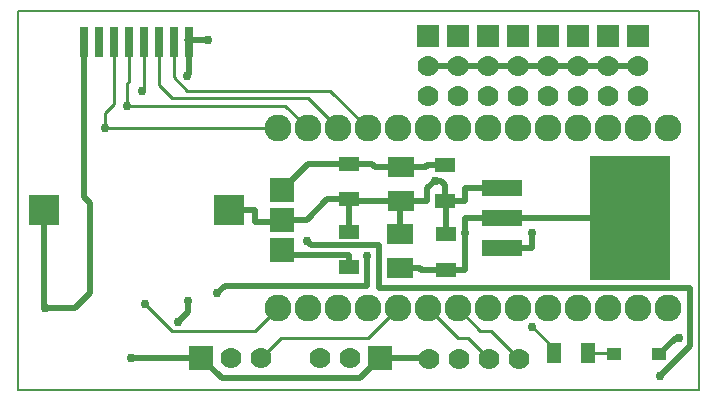
<source format=gbr>
G04 PROTEUS GERBER X2 FILE*
%TF.GenerationSoftware,Labcenter,Proteus,8.15-SP1-Build34318*%
%TF.CreationDate,2024-05-26T10:12:06+00:00*%
%TF.FileFunction,Copper,L1,Top*%
%TF.FilePolarity,Positive*%
%TF.Part,Single*%
%TF.SameCoordinates,{c1c5c1e2-d9f3-4829-891e-9e67f3fcbee4}*%
%FSLAX45Y45*%
%MOMM*%
G01*
%TA.AperFunction,Conductor*%
%ADD10C,0.254000*%
%ADD11C,0.508000*%
%TA.AperFunction,ViaPad*%
%ADD12C,0.762000*%
%TA.AperFunction,ComponentPad*%
%ADD13C,2.286000*%
%TA.AperFunction,ComponentPad*%
%ADD14R,1.905000X1.905000*%
%ADD15C,1.778000*%
%TA.AperFunction,SMDPad,CuDef*%
%ADD16R,0.762000X2.540000*%
%ADD17R,2.540000X2.540000*%
%TA.AperFunction,SMDPad,CuDef*%
%ADD18R,3.454400X1.447800*%
%ADD19R,6.807200X10.490200*%
%TA.AperFunction,ComponentPad*%
%ADD70R,2.032000X2.032000*%
%TA.AperFunction,SMDPad,CuDef*%
%ADD71R,2.260600X1.803400*%
%ADD20R,1.803400X1.143000*%
%ADD21R,1.143000X1.803400*%
%ADD22R,1.270000X1.016000*%
%TA.AperFunction,Profile*%
%ADD23C,0.203200*%
%TD.AperFunction*%
D10*
X-2802289Y-1054187D02*
X-2637102Y-889000D01*
X-1896110Y-889000D01*
X-1644650Y-637540D01*
D11*
X-1240790Y-309880D02*
X-1079500Y-309880D01*
X-1079500Y+0D01*
X-766150Y+124460D02*
X-1079500Y+124460D01*
X-1079500Y+0D01*
X-1905000Y-190500D02*
X-1905000Y-444500D01*
X-3111500Y-444500D01*
X-3175000Y-508000D01*
X-766150Y+124460D02*
X+323850Y+124460D01*
X-3429000Y+1333500D02*
X-3416257Y+1346243D01*
X-3416257Y+1614187D01*
X-1240790Y-309880D02*
X-1447800Y-309880D01*
X-1460500Y-297180D01*
X-1626870Y-297180D01*
X-2622550Y+368300D02*
X-2406370Y+584480D01*
X-2058670Y+584480D01*
X-1621790Y+561340D02*
X-1841500Y+561340D01*
X-1864640Y+584480D01*
X-2058670Y+584480D01*
X-508000Y+0D02*
X-508000Y-129540D01*
X-766150Y-129540D01*
X-1621790Y+561340D02*
X-1409700Y+561340D01*
X-1397000Y+574040D01*
X-1245870Y+574040D01*
X-2413000Y-63500D02*
X-2376805Y-99695D01*
X-1803400Y-99695D01*
X-1803400Y-461645D01*
X+825500Y-461645D01*
X+825500Y-952500D01*
X+571500Y-1206500D01*
X-2622550Y-139700D02*
X-2580359Y-181891D01*
X-2058670Y-181891D01*
X-2058670Y-289840D01*
X-1391920Y+1413510D02*
X-1137920Y+1413510D01*
X-883920Y+1413510D01*
X-629920Y+1413510D01*
X-375920Y+1413510D01*
X-121920Y+1413510D01*
X+132080Y+1413510D01*
X+386080Y+1413510D01*
D10*
X-1898650Y+886460D02*
X-2218690Y+1206500D01*
X-3429000Y+1206500D01*
X-3543257Y+1320757D01*
X-3543257Y+1614187D01*
X-2152650Y+886460D02*
X-2409190Y+1143000D01*
X-3556000Y+1143000D01*
X-3670257Y+1257257D01*
X-3670257Y+1614187D01*
D11*
X-1240790Y+274040D02*
X-1079500Y+274040D01*
X-1079500Y+378460D01*
X-766150Y+378460D01*
X-1240790Y+274040D02*
X-1240790Y-9880D01*
X-1621790Y+271340D02*
X-1626870Y+271340D01*
X-2058670Y+271340D02*
X-1626870Y+271340D01*
X-1626870Y-7180D01*
X-2058670Y+271340D02*
X-2058670Y+10160D01*
X-4318000Y-571500D02*
X-4381500Y-635000D01*
X-4635500Y-635000D01*
X-2058670Y+284480D02*
X-2058670Y+271340D01*
X-2622550Y+114300D02*
X-2413000Y+114300D01*
X-2242820Y+284480D01*
X-2058670Y+284480D01*
X-3072257Y+197187D02*
X-2857500Y+197187D01*
X-2857500Y+95585D01*
X-2622550Y+95585D01*
X-2622550Y+114300D01*
X-1245870Y+274040D02*
X-1240790Y+274040D01*
X-4318000Y-571500D02*
X-4254500Y-508000D01*
X-4254500Y+190500D01*
X-1793240Y-1054100D02*
X-1393190Y-1054100D01*
X-1384300Y-1062990D01*
X-4635500Y-635000D02*
X-4642257Y-628243D01*
X-4642257Y+197187D01*
X-4254500Y+190500D02*
X-4254500Y+254000D01*
X-4305257Y+304757D01*
X-4305257Y+1614187D01*
X-1621790Y+271340D02*
X-1397000Y+271340D01*
X-1397000Y+381000D01*
X-1333500Y+444500D01*
X-1245870Y+274040D02*
X-1245870Y+406400D01*
X-1283970Y+444500D01*
X-1333500Y+444500D01*
D10*
X-4127500Y+1016000D02*
X-4127500Y+889000D01*
X-4124960Y+886460D01*
X-2660650Y+886460D01*
X-4127500Y+1016000D02*
X-4051257Y+1092243D01*
X-4051257Y+1614187D01*
X-3937000Y+1079500D02*
X-2599690Y+1079500D01*
X-2406650Y+886460D01*
X-3937000Y+1079500D02*
X-3937000Y+1270000D01*
X-3924257Y+1282743D01*
X-3924257Y+1614187D01*
X-3810000Y+1206500D02*
X-3797257Y+1219243D01*
X-3797257Y+1614187D01*
X-1136650Y-637540D02*
X-948690Y-825500D01*
X-859790Y-825500D01*
X-622300Y-1062990D01*
X-1390650Y-637540D02*
X-1139190Y-889000D01*
X-1050290Y-889000D01*
X-876300Y-1062990D01*
D11*
X-3255707Y+1638422D02*
X-3422139Y+1638422D01*
X-3429820Y+1630741D01*
X-3416257Y+1614187D01*
D10*
X-33088Y-1016508D02*
X+156197Y-1016508D01*
X+161077Y-1021388D01*
X+187452Y-1026668D01*
D11*
X+563372Y-1026668D02*
X+705487Y-884553D01*
X+736663Y-884553D01*
D10*
X-323088Y-1016508D02*
X-323088Y-975360D01*
X-505460Y-792988D01*
X-2660650Y-637540D02*
X-2854452Y-831342D01*
X-3555315Y-831342D01*
X-3786378Y-600279D01*
X-3786378Y-600202D01*
D11*
X-3510309Y-755231D02*
X-3424682Y-669604D01*
X-3424682Y-579628D01*
X-3424682Y-577643D01*
X-3901902Y-1056083D02*
X-3308393Y-1056083D01*
X-3302303Y-1056083D01*
X-3296158Y-1062228D01*
X-3310289Y-1054187D01*
X-1793240Y-1054100D02*
X-1965368Y-1226228D01*
X-3138248Y-1226228D01*
X-3308393Y-1056083D01*
X-3310289Y-1054187D01*
D12*
X-3175000Y-508000D03*
X-1905000Y-190500D03*
X-3429000Y+1333500D03*
X-1079500Y+0D03*
X-508000Y+0D03*
X+571500Y-1206500D03*
X-2413000Y-63500D03*
X-4635500Y-635000D03*
X-1333500Y+444500D03*
X-4127500Y+889000D03*
X-3937000Y+1079500D03*
X-3810000Y+1206500D03*
X-3255707Y+1638422D03*
X+736663Y-884553D03*
X-505460Y-792988D03*
X-3786378Y-600202D03*
X-3510309Y-755231D03*
X-3424682Y-577643D03*
X-3901902Y-1056083D03*
D13*
X+387350Y+886460D03*
X+133350Y+886460D03*
X-120650Y+886460D03*
X-374650Y+886460D03*
X-628650Y+886460D03*
X-882650Y+886460D03*
X-1136650Y+886460D03*
X-1390650Y+886460D03*
X-1644650Y+886460D03*
X-1898650Y+886460D03*
X-2152650Y+886460D03*
X-2406650Y+886460D03*
X-2660650Y+886460D03*
X-2660650Y-637540D03*
X-2406650Y-637540D03*
X-2152650Y-637540D03*
X-1898650Y-637540D03*
X-1644650Y-637540D03*
X-1390650Y-637540D03*
X-1136650Y-637540D03*
X-882650Y-637540D03*
X-628650Y-637540D03*
X-374650Y-637540D03*
X-120650Y-637540D03*
X+133350Y-637540D03*
X+387350Y-637540D03*
X+641350Y-637540D03*
X+641350Y+886460D03*
D14*
X-1391920Y+1667510D03*
X-1137920Y+1667510D03*
X-883920Y+1667510D03*
X-629920Y+1667510D03*
X-375920Y+1667510D03*
X-121920Y+1667510D03*
X+132080Y+1667510D03*
X+386080Y+1667510D03*
D15*
X-1391920Y+1413510D03*
X-1137920Y+1413510D03*
X-883920Y+1413510D03*
X-629920Y+1413510D03*
X-375920Y+1413510D03*
X-121920Y+1413510D03*
X+132080Y+1413510D03*
X+386080Y+1413510D03*
X-1391920Y+1159510D03*
X-1137920Y+1159510D03*
X-883920Y+1159510D03*
X-629920Y+1159510D03*
X-375920Y+1159510D03*
X-121920Y+1159510D03*
X+132080Y+1159510D03*
X+386080Y+1159510D03*
D16*
X-3416257Y+1614187D03*
X-3543257Y+1614187D03*
X-3670257Y+1614187D03*
X-3797257Y+1614187D03*
X-3924257Y+1614187D03*
X-4051257Y+1614187D03*
X-4178257Y+1614187D03*
X-4305257Y+1614187D03*
D17*
X-4642257Y+197187D03*
X-3072257Y+197187D03*
D18*
X-766150Y+378460D03*
X-766150Y+124460D03*
X-766150Y-129540D03*
D19*
X+323850Y+124460D03*
D70*
X-2622550Y-139700D03*
X-2622550Y+114300D03*
X-2622550Y+368300D03*
D71*
X-1626870Y-297180D03*
X-1626870Y-7180D03*
X-1621790Y+561340D03*
X-1621790Y+271340D03*
D20*
X-1245870Y+574040D03*
X-1245870Y+274040D03*
X-1240790Y-309880D03*
X-1240790Y-9880D03*
D15*
X-1384300Y-1062990D03*
X-1130300Y-1062990D03*
X-876300Y-1062990D03*
X-622300Y-1062990D03*
X-2301240Y-1054100D03*
X-2047240Y-1054100D03*
D70*
X-1793240Y-1054100D03*
D20*
X-2058670Y+10160D03*
X-2058670Y-289840D03*
X-2058670Y+284480D03*
X-2058670Y+584480D03*
D21*
X-323088Y-1016508D03*
X-33088Y-1016508D03*
D22*
X+187452Y-1026668D03*
X+563372Y-1026668D03*
D15*
X-2802289Y-1054187D03*
X-3056289Y-1054187D03*
D70*
X-3310289Y-1054187D03*
D23*
X-4859022Y-1330960D02*
X+902970Y-1330960D01*
X+902970Y+1882140D01*
X-4859022Y+1882140D01*
X-4859022Y-1330960D01*
M02*

</source>
